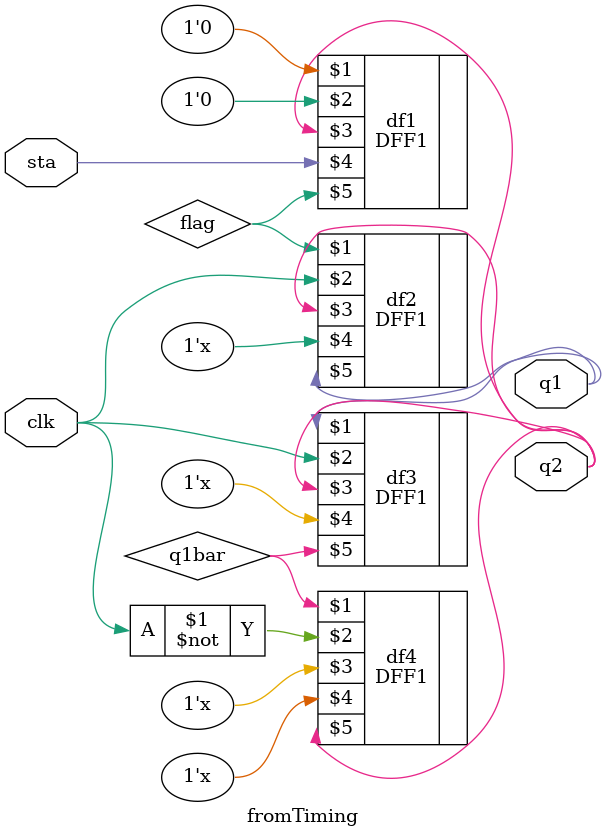
<source format=v>
`timescale 1ns / 1ps
module fromTiming(sta,clk,q1,q2);
input sta, clk;
output q1, q2;
wire flag, q1bar;

DFF1 df1(1'b0, 1'b0, q2, sta, flag);
DFF1 df2(flag, clk, q2, 1'bZ, q1);
DFF1 df3(q1, clk, q2, 1'bZ, q1bar);
DFF1 df4(q1bar, ~clk, 1'bZ, 1'bZ, q2);

endmodule

</source>
